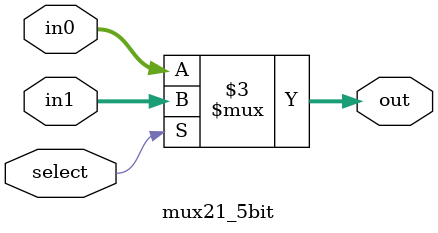
<source format=v>
`timescale 1ns / 1ps

module mux21_5bit(
    input [4:0] in0,
    input [4:0] in1,
    input select,
    output reg [4:0] out
);

always @(*) begin
    if(select)
    begin
        out = in1;
    end 
    else 
    begin
        out = in0;
    end

end
endmodule
</source>
